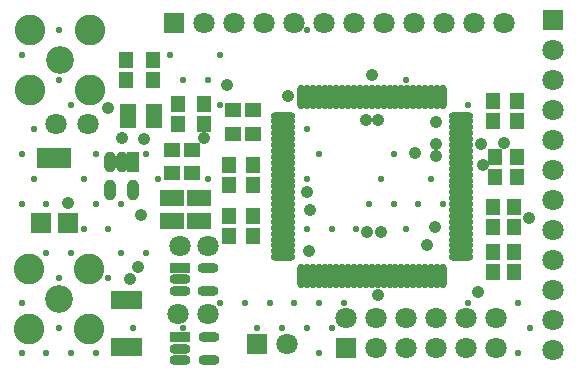
<source format=gts>
%FSLAX43Y43*%
%MOMM*%
G71*
G01*
G75*
G04 Layer_Color=8388736*
%ADD10O,1.500X0.600*%
%ADD11R,1.500X0.600*%
%ADD12O,1.800X0.300*%
%ADD13O,0.300X1.800*%
%ADD14O,0.700X1.500*%
%ADD15R,0.700X1.500*%
%ADD16R,0.350X1.200*%
%ADD17R,1.000X1.100*%
%ADD18R,2.541X1.500*%
%ADD19R,1.500X1.500*%
%ADD20R,1.150X0.450*%
%ADD21R,1.700X1.100*%
%ADD22R,1.100X1.000*%
%ADD23C,0.254*%
%ADD24C,0.500*%
%ADD25C,1.000*%
%ADD26C,0.762*%
%ADD27C,1.500*%
%ADD28R,1.500X1.500*%
%ADD29C,2.286*%
%ADD30C,2.032*%
%ADD31C,0.254*%
%ADD32C,1.016*%
%ADD33C,1.524*%
%ADD34C,1.916*%
G04:AMPARAMS|DCode=35|XSize=2.424mm|YSize=2.424mm|CornerRadius=0mm|HoleSize=0mm|Usage=FLASHONLY|Rotation=0.000|XOffset=0mm|YOffset=0mm|HoleType=Round|Shape=Relief|Width=0.254mm|Gap=0.254mm|Entries=4|*
%AMTHD35*
7,0,0,2.424,1.916,0.254,45*
%
%ADD35THD35*%
G04:AMPARAMS|DCode=36|XSize=2.032mm|YSize=2.032mm|CornerRadius=0mm|HoleSize=0mm|Usage=FLASHONLY|Rotation=0.000|XOffset=0mm|YOffset=0mm|HoleType=Round|Shape=Relief|Width=0.254mm|Gap=0.254mm|Entries=4|*
%AMTHD36*
7,0,0,2.032,1.524,0.254,45*
%
%ADD36THD36*%
%ADD37C,2.718*%
%ADD38C,2.516*%
%ADD39C,1.219*%
%ADD40C,0.250*%
%ADD41C,0.600*%
%ADD42C,0.200*%
%ADD43C,0.100*%
%ADD44C,0.102*%
%ADD45O,1.805X0.905*%
%ADD46R,1.805X0.905*%
%ADD47O,2.105X0.605*%
%ADD48O,0.605X2.105*%
%ADD49O,1.005X1.805*%
%ADD50R,1.005X1.805*%
%ADD51R,0.655X1.505*%
%ADD52R,1.305X1.405*%
%ADD53R,2.846X1.805*%
%ADD54R,1.805X1.805*%
%ADD55R,1.455X0.755*%
%ADD56R,2.005X1.405*%
%ADD57R,1.405X1.305*%
%ADD58C,1.067*%
%ADD59C,1.805*%
%ADD60R,1.805X1.805*%
%ADD61C,2.591*%
%ADD62C,2.337*%
%ADD63C,0.559*%
D45*
X45250Y39300D02*
D03*
Y41200D02*
D03*
X42850Y39300D02*
D03*
Y40250D02*
D03*
X45225Y45150D02*
D03*
Y47050D02*
D03*
X42825Y45150D02*
D03*
Y46100D02*
D03*
D46*
X42850Y41200D02*
D03*
X42825Y47050D02*
D03*
D47*
X51505Y59975D02*
D03*
Y59475D02*
D03*
Y58975D02*
D03*
Y58475D02*
D03*
Y57975D02*
D03*
Y57475D02*
D03*
Y56975D02*
D03*
Y56475D02*
D03*
Y55975D02*
D03*
Y55475D02*
D03*
Y54975D02*
D03*
Y54475D02*
D03*
Y53975D02*
D03*
Y53475D02*
D03*
Y52975D02*
D03*
Y52475D02*
D03*
Y51975D02*
D03*
Y51475D02*
D03*
Y50975D02*
D03*
Y50475D02*
D03*
Y49975D02*
D03*
Y49475D02*
D03*
Y48975D02*
D03*
Y48475D02*
D03*
Y47975D02*
D03*
X66605D02*
D03*
Y48475D02*
D03*
Y48975D02*
D03*
Y49475D02*
D03*
Y49975D02*
D03*
Y50475D02*
D03*
Y50975D02*
D03*
Y51475D02*
D03*
Y51975D02*
D03*
Y52475D02*
D03*
Y52975D02*
D03*
Y53475D02*
D03*
Y53975D02*
D03*
Y54475D02*
D03*
Y54975D02*
D03*
Y55475D02*
D03*
Y55975D02*
D03*
Y56475D02*
D03*
Y56975D02*
D03*
Y57475D02*
D03*
Y57975D02*
D03*
Y58475D02*
D03*
Y58975D02*
D03*
Y59475D02*
D03*
Y59975D02*
D03*
D48*
X53055Y46425D02*
D03*
X53555D02*
D03*
X54055D02*
D03*
X54555D02*
D03*
X55055D02*
D03*
X55555D02*
D03*
X56055D02*
D03*
X56555D02*
D03*
X57055D02*
D03*
X57555D02*
D03*
X58055D02*
D03*
X58555D02*
D03*
X59055D02*
D03*
X59555D02*
D03*
X60055D02*
D03*
X60555D02*
D03*
X61055D02*
D03*
X61555D02*
D03*
X62055D02*
D03*
X62555D02*
D03*
X63055D02*
D03*
X63555D02*
D03*
X64055D02*
D03*
X64555D02*
D03*
X65055D02*
D03*
Y61525D02*
D03*
X64555D02*
D03*
X64055D02*
D03*
X63555D02*
D03*
X63055D02*
D03*
X62555D02*
D03*
X62055D02*
D03*
X61555D02*
D03*
X61055D02*
D03*
X60555D02*
D03*
X60055D02*
D03*
X59555D02*
D03*
X59055D02*
D03*
X58555D02*
D03*
X58055D02*
D03*
X57555D02*
D03*
X57055D02*
D03*
X56555D02*
D03*
X56055D02*
D03*
X55555D02*
D03*
X55055D02*
D03*
X54555D02*
D03*
X54055D02*
D03*
X53555D02*
D03*
X53055D02*
D03*
D49*
X36925Y53675D02*
D03*
X38825D02*
D03*
X36925Y56075D02*
D03*
X37875D02*
D03*
D50*
X38825D02*
D03*
D51*
X39275Y44400D02*
D03*
X38625D02*
D03*
X37975D02*
D03*
X37325D02*
D03*
X39275Y40400D02*
D03*
X38625D02*
D03*
X37975D02*
D03*
X37325D02*
D03*
D52*
X44831Y59260D02*
D03*
Y60960D02*
D03*
X42672Y59260D02*
D03*
Y60960D02*
D03*
X46990Y51484D02*
D03*
Y49784D02*
D03*
X49022Y51484D02*
D03*
Y49784D02*
D03*
X38227Y64692D02*
D03*
Y62992D02*
D03*
X40513Y64692D02*
D03*
Y62992D02*
D03*
X69342Y48436D02*
D03*
Y46736D02*
D03*
X71120Y48436D02*
D03*
Y46736D02*
D03*
X46990Y54053D02*
D03*
Y55753D02*
D03*
X49022Y54053D02*
D03*
Y55753D02*
D03*
X69469Y56437D02*
D03*
Y54737D02*
D03*
X71374Y56437D02*
D03*
Y54737D02*
D03*
X69342Y59514D02*
D03*
Y61214D02*
D03*
X71374Y59514D02*
D03*
Y61214D02*
D03*
X69342Y50497D02*
D03*
Y52197D02*
D03*
X71120Y50497D02*
D03*
Y52197D02*
D03*
D53*
X32175Y56350D02*
D03*
D54*
X31025Y50850D02*
D03*
X33325D02*
D03*
X42275Y67775D02*
D03*
X49325Y40600D02*
D03*
X56896Y40259D02*
D03*
D55*
X38422Y60594D02*
D03*
Y59944D02*
D03*
Y59294D02*
D03*
X40572D02*
D03*
Y59944D02*
D03*
Y60594D02*
D03*
D56*
X44464Y52954D02*
D03*
X42164D02*
D03*
X44464Y51054D02*
D03*
X42164D02*
D03*
D57*
X42115Y55118D02*
D03*
X43815D02*
D03*
X42115Y57023D02*
D03*
X43815D02*
D03*
X49025Y58450D02*
D03*
X47325D02*
D03*
Y60425D02*
D03*
X49025D02*
D03*
D58*
X59075Y63425D02*
D03*
X39725Y58025D02*
D03*
X33325Y52600D02*
D03*
X37875Y58050D02*
D03*
X53848Y51943D02*
D03*
X53760Y48475D02*
D03*
X51943Y61595D02*
D03*
X58625Y50100D02*
D03*
X59555Y44790D02*
D03*
X63725Y49050D02*
D03*
X58547Y59563D02*
D03*
X59563D02*
D03*
X68326Y57531D02*
D03*
X64516D02*
D03*
Y56515D02*
D03*
X38608Y46101D02*
D03*
X44831Y58039D02*
D03*
X46800Y62550D02*
D03*
X39475Y51525D02*
D03*
X39243Y47117D02*
D03*
X64516Y59436D02*
D03*
X70231Y57658D02*
D03*
X64389Y50546D02*
D03*
X53594Y53467D02*
D03*
X72350Y51300D02*
D03*
X68453Y55753D02*
D03*
X36703Y60594D02*
D03*
X62738Y56769D02*
D03*
X68050Y45050D02*
D03*
X59825Y50075D02*
D03*
D59*
X42675Y43200D02*
D03*
X42775Y48925D02*
D03*
X74425Y40160D02*
D03*
Y42700D02*
D03*
Y45240D02*
D03*
Y47780D02*
D03*
Y50320D02*
D03*
Y52860D02*
D03*
Y55400D02*
D03*
Y57940D02*
D03*
Y60480D02*
D03*
Y63020D02*
D03*
Y65560D02*
D03*
X70215Y67775D02*
D03*
X67675D02*
D03*
X65135D02*
D03*
X62595D02*
D03*
X60055D02*
D03*
X57515D02*
D03*
X54975D02*
D03*
X52435D02*
D03*
X49895D02*
D03*
X47355D02*
D03*
X44815D02*
D03*
X35025Y59250D02*
D03*
X51865Y40600D02*
D03*
X56896Y42799D02*
D03*
X59436Y40259D02*
D03*
Y42799D02*
D03*
X61976Y40259D02*
D03*
Y42799D02*
D03*
X64516Y40259D02*
D03*
Y42799D02*
D03*
X67056Y40259D02*
D03*
Y42799D02*
D03*
X69596Y40259D02*
D03*
Y42799D02*
D03*
X45175Y48925D02*
D03*
X45225Y43200D02*
D03*
X32325Y59250D02*
D03*
D60*
X74425Y68100D02*
D03*
D61*
X30099Y62103D02*
D03*
X35179D02*
D03*
Y67183D02*
D03*
X30099D02*
D03*
X30035Y41885D02*
D03*
X35115D02*
D03*
Y46965D02*
D03*
X30035D02*
D03*
D62*
X32639Y64643D02*
D03*
X32575Y44425D02*
D03*
D63*
X71400Y44100D02*
D03*
X72450Y42000D02*
D03*
X71400Y39900D02*
D03*
X67200Y60900D02*
D03*
Y44100D02*
D03*
X65100Y52500D02*
D03*
X64050Y54600D02*
D03*
X63000Y52500D02*
D03*
X61950Y63000D02*
D03*
X60900Y56700D02*
D03*
Y52500D02*
D03*
X61950Y50400D02*
D03*
X59850Y54600D02*
D03*
X58800Y52500D02*
D03*
X57750Y50400D02*
D03*
X56700Y44100D02*
D03*
X54600Y56700D02*
D03*
X55650Y50400D02*
D03*
X54600Y44100D02*
D03*
X55650Y42000D02*
D03*
X54600Y39900D02*
D03*
X53550Y67200D02*
D03*
Y58800D02*
D03*
Y54600D02*
D03*
Y50400D02*
D03*
X52500Y44100D02*
D03*
X53550Y42000D02*
D03*
X50400Y44100D02*
D03*
X51450Y42000D02*
D03*
X48300Y44100D02*
D03*
X49350Y42000D02*
D03*
X46200Y65100D02*
D03*
Y60900D02*
D03*
Y44100D02*
D03*
X45150Y63000D02*
D03*
Y54600D02*
D03*
X42000Y65100D02*
D03*
X43050Y63000D02*
D03*
Y42000D02*
D03*
X39900Y56700D02*
D03*
X40950Y54600D02*
D03*
X39900Y48300D02*
D03*
X37800Y52500D02*
D03*
Y48300D02*
D03*
X38850Y42000D02*
D03*
X35700Y56700D02*
D03*
Y52500D02*
D03*
X36750Y50400D02*
D03*
Y46200D02*
D03*
X35700Y39900D02*
D03*
X33600Y60900D02*
D03*
X34650Y54600D02*
D03*
Y50400D02*
D03*
X33600Y48300D02*
D03*
Y39900D02*
D03*
X32550Y67200D02*
D03*
Y63000D02*
D03*
X31500Y52500D02*
D03*
Y48300D02*
D03*
X32550Y46200D02*
D03*
Y42000D02*
D03*
X31500Y39900D02*
D03*
X29400Y65100D02*
D03*
X30450Y58800D02*
D03*
X29400Y56700D02*
D03*
X30450Y54600D02*
D03*
X29400Y52500D02*
D03*
Y44100D02*
D03*
Y39900D02*
D03*
M02*

</source>
